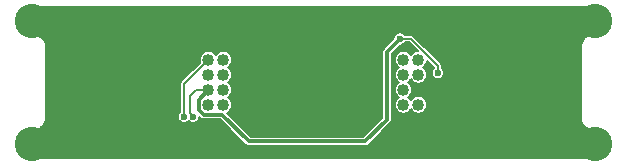
<source format=gbr>
G04 #@! TF.GenerationSoftware,KiCad,Pcbnew,(5.1.4)-1*
G04 #@! TF.CreationDate,2020-09-02T10:31:21-07:00*
G04 #@! TF.ProjectId,SkateLightBackLEDBoard,536b6174-654c-4696-9768-744261636b4c,rev?*
G04 #@! TF.SameCoordinates,Original*
G04 #@! TF.FileFunction,Copper,L2,Bot*
G04 #@! TF.FilePolarity,Positive*
%FSLAX46Y46*%
G04 Gerber Fmt 4.6, Leading zero omitted, Abs format (unit mm)*
G04 Created by KiCad (PCBNEW (5.1.4)-1) date 2020-09-02 10:31:21*
%MOMM*%
%LPD*%
G04 APERTURE LIST*
%ADD10C,1.016000*%
%ADD11C,2.921000*%
%ADD12C,0.100000*%
%ADD13C,8.636000*%
%ADD14C,0.600000*%
%ADD15C,0.200000*%
%ADD16C,0.350000*%
%ADD17C,0.152400*%
G04 APERTURE END LIST*
D10*
X7620000Y-1905000D03*
X8890000Y-1905000D03*
X7620000Y-635000D03*
X8890000Y-635000D03*
X7620000Y635000D03*
X8890000Y635000D03*
X7620000Y1905000D03*
X8890000Y1905000D03*
D11*
X8255000Y-4953000D03*
X-8255000Y4953000D03*
D10*
X-8890000Y-1905000D03*
X-7620000Y-1905000D03*
X-8890000Y-635000D03*
X-7620000Y-635000D03*
X-8890000Y635000D03*
X-7620000Y635000D03*
X-8890000Y1905000D03*
X-7620000Y1905000D03*
D11*
X23812500Y5207000D03*
X23812500Y-5207000D03*
X-23812500Y5207000D03*
X-23812500Y-5207000D03*
D12*
G36*
X-12589952Y4313842D02*
G01*
X-12506120Y4301406D01*
X-12423910Y4280814D01*
X-12344115Y4252262D01*
X-12267502Y4216027D01*
X-12194810Y4172457D01*
X-12126738Y4121972D01*
X-12063943Y4065057D01*
X-12007028Y4002262D01*
X-11956543Y3934190D01*
X-11912973Y3861498D01*
X-11876738Y3784885D01*
X-11848186Y3705090D01*
X-11827594Y3622880D01*
X-11815158Y3539048D01*
X-11811000Y3454400D01*
X-11811000Y-3454400D01*
X-11815158Y-3539048D01*
X-11827594Y-3622880D01*
X-11848186Y-3705090D01*
X-11876738Y-3784885D01*
X-11912973Y-3861498D01*
X-11956543Y-3934190D01*
X-12007028Y-4002262D01*
X-12063943Y-4065057D01*
X-12126738Y-4121972D01*
X-12194810Y-4172457D01*
X-12267502Y-4216027D01*
X-12344115Y-4252262D01*
X-12423910Y-4280814D01*
X-12506120Y-4301406D01*
X-12589952Y-4313842D01*
X-12674600Y-4318000D01*
X-20345400Y-4318000D01*
X-20430048Y-4313842D01*
X-20513880Y-4301406D01*
X-20596090Y-4280814D01*
X-20675885Y-4252262D01*
X-20752498Y-4216027D01*
X-20825190Y-4172457D01*
X-20893262Y-4121972D01*
X-20956057Y-4065057D01*
X-21012972Y-4002262D01*
X-21063457Y-3934190D01*
X-21107027Y-3861498D01*
X-21143262Y-3784885D01*
X-21171814Y-3705090D01*
X-21192406Y-3622880D01*
X-21204842Y-3539048D01*
X-21209000Y-3454400D01*
X-21209000Y3454400D01*
X-21204842Y3539048D01*
X-21192406Y3622880D01*
X-21171814Y3705090D01*
X-21143262Y3784885D01*
X-21107027Y3861498D01*
X-21063457Y3934190D01*
X-21012972Y4002262D01*
X-20956057Y4065057D01*
X-20893262Y4121972D01*
X-20825190Y4172457D01*
X-20752498Y4216027D01*
X-20675885Y4252262D01*
X-20596090Y4280814D01*
X-20513880Y4301406D01*
X-20430048Y4313842D01*
X-20345400Y4318000D01*
X-12674600Y4318000D01*
X-12589952Y4313842D01*
X-12589952Y4313842D01*
G37*
D13*
X-16510000Y0D03*
D12*
G36*
X3920048Y4313842D02*
G01*
X4003880Y4301406D01*
X4086090Y4280814D01*
X4165885Y4252262D01*
X4242498Y4216027D01*
X4315190Y4172457D01*
X4383262Y4121972D01*
X4446057Y4065057D01*
X4502972Y4002262D01*
X4553457Y3934190D01*
X4597027Y3861498D01*
X4633262Y3784885D01*
X4661814Y3705090D01*
X4682406Y3622880D01*
X4694842Y3539048D01*
X4699000Y3454400D01*
X4699000Y-3454400D01*
X4694842Y-3539048D01*
X4682406Y-3622880D01*
X4661814Y-3705090D01*
X4633262Y-3784885D01*
X4597027Y-3861498D01*
X4553457Y-3934190D01*
X4502972Y-4002262D01*
X4446057Y-4065057D01*
X4383262Y-4121972D01*
X4315190Y-4172457D01*
X4242498Y-4216027D01*
X4165885Y-4252262D01*
X4086090Y-4280814D01*
X4003880Y-4301406D01*
X3920048Y-4313842D01*
X3835400Y-4318000D01*
X-3835400Y-4318000D01*
X-3920048Y-4313842D01*
X-4003880Y-4301406D01*
X-4086090Y-4280814D01*
X-4165885Y-4252262D01*
X-4242498Y-4216027D01*
X-4315190Y-4172457D01*
X-4383262Y-4121972D01*
X-4446057Y-4065057D01*
X-4502972Y-4002262D01*
X-4553457Y-3934190D01*
X-4597027Y-3861498D01*
X-4633262Y-3784885D01*
X-4661814Y-3705090D01*
X-4682406Y-3622880D01*
X-4694842Y-3539048D01*
X-4699000Y-3454400D01*
X-4699000Y3454400D01*
X-4694842Y3539048D01*
X-4682406Y3622880D01*
X-4661814Y3705090D01*
X-4633262Y3784885D01*
X-4597027Y3861498D01*
X-4553457Y3934190D01*
X-4502972Y4002262D01*
X-4446057Y4065057D01*
X-4383262Y4121972D01*
X-4315190Y4172457D01*
X-4242498Y4216027D01*
X-4165885Y4252262D01*
X-4086090Y4280814D01*
X-4003880Y4301406D01*
X-3920048Y4313842D01*
X-3835400Y4318000D01*
X3835400Y4318000D01*
X3920048Y4313842D01*
X3920048Y4313842D01*
G37*
D13*
X0Y0D03*
D12*
G36*
X20430048Y4313842D02*
G01*
X20513880Y4301406D01*
X20596090Y4280814D01*
X20675885Y4252262D01*
X20752498Y4216027D01*
X20825190Y4172457D01*
X20893262Y4121972D01*
X20956057Y4065057D01*
X21012972Y4002262D01*
X21063457Y3934190D01*
X21107027Y3861498D01*
X21143262Y3784885D01*
X21171814Y3705090D01*
X21192406Y3622880D01*
X21204842Y3539048D01*
X21209000Y3454400D01*
X21209000Y-3454400D01*
X21204842Y-3539048D01*
X21192406Y-3622880D01*
X21171814Y-3705090D01*
X21143262Y-3784885D01*
X21107027Y-3861498D01*
X21063457Y-3934190D01*
X21012972Y-4002262D01*
X20956057Y-4065057D01*
X20893262Y-4121972D01*
X20825190Y-4172457D01*
X20752498Y-4216027D01*
X20675885Y-4252262D01*
X20596090Y-4280814D01*
X20513880Y-4301406D01*
X20430048Y-4313842D01*
X20345400Y-4318000D01*
X12674600Y-4318000D01*
X12589952Y-4313842D01*
X12506120Y-4301406D01*
X12423910Y-4280814D01*
X12344115Y-4252262D01*
X12267502Y-4216027D01*
X12194810Y-4172457D01*
X12126738Y-4121972D01*
X12063943Y-4065057D01*
X12007028Y-4002262D01*
X11956543Y-3934190D01*
X11912973Y-3861498D01*
X11876738Y-3784885D01*
X11848186Y-3705090D01*
X11827594Y-3622880D01*
X11815158Y-3539048D01*
X11811000Y-3454400D01*
X11811000Y3454400D01*
X11815158Y3539048D01*
X11827594Y3622880D01*
X11848186Y3705090D01*
X11876738Y3784885D01*
X11912973Y3861498D01*
X11956543Y3934190D01*
X12007028Y4002262D01*
X12063943Y4065057D01*
X12126738Y4121972D01*
X12194810Y4172457D01*
X12267502Y4216027D01*
X12344115Y4252262D01*
X12423910Y4280814D01*
X12506120Y4301406D01*
X12589952Y4313842D01*
X12674600Y4318000D01*
X20345400Y4318000D01*
X20430048Y4313842D01*
X20430048Y4313842D01*
G37*
D13*
X16510000Y0D03*
D14*
X13200000Y700000D03*
X14800000Y700000D03*
X14800000Y-700000D03*
X13200000Y-700000D03*
X18300000Y-700000D03*
X19900000Y-700000D03*
X-8255000Y-5715000D03*
X8255000Y5715000D03*
X-19050000Y5715000D03*
X-19050000Y-5715000D03*
X-13970000Y-5715000D03*
X-2540000Y-5715000D03*
X2540000Y-5715000D03*
X-2540000Y5715000D03*
X2540000Y5715000D03*
X13970000Y5715000D03*
X19050000Y5715000D03*
X19050000Y-5715000D03*
X13970000Y-5715000D03*
X-13970000Y5715000D03*
X-19050000Y0D03*
X-13970000Y0D03*
X13970000Y0D03*
X19050000Y0D03*
X22225000Y0D03*
X-22225000Y0D03*
X16510000Y5715000D03*
X11430000Y5715000D03*
X5080000Y5715000D03*
X0Y5715000D03*
X-5080000Y5715000D03*
X-11430000Y5715000D03*
X-16510000Y5715000D03*
X-21590000Y5715000D03*
X-21590000Y-5715000D03*
X-16510000Y-5715000D03*
X-11430000Y-5715000D03*
X0Y-5715000D03*
X5080000Y-5715000D03*
X11430000Y-5715000D03*
X16510000Y-5715000D03*
X21590000Y-5715000D03*
X21590000Y5715000D03*
X-16510000Y0D03*
X-22225000Y1905000D03*
X-22225000Y-1905000D03*
X-1700000Y4300000D03*
X1800000Y4400000D03*
X5715000Y3175000D03*
X16510000Y0D03*
X18300000Y700000D03*
X18300000Y4400000D03*
X22225000Y1905000D03*
X22225000Y-1905000D03*
X-4445000Y0D03*
X5334000Y-1651000D03*
X9781540Y-2372360D03*
X-9743440Y2352040D03*
X-3300000Y4300000D03*
X3300000Y4400000D03*
X-5080000Y-5715000D03*
X19900000Y700000D03*
X19900000Y4400000D03*
X13200000Y-4300000D03*
X14800000Y-4300000D03*
X18300000Y-4300000D03*
X19900000Y-4300000D03*
X13200000Y4400000D03*
X14800000Y4400000D03*
X3400000Y-4300000D03*
X1800000Y-4300000D03*
X-1700000Y-4300000D03*
X-3300000Y-4300000D03*
X-14800000Y700000D03*
X-14700000Y4400000D03*
X-18200000Y4300000D03*
X-19900000Y700000D03*
X-19800000Y4300000D03*
X-13200000Y4400000D03*
X-18200000Y-700000D03*
X-13100000Y-700000D03*
X-18300000Y700000D03*
X-14700000Y-700000D03*
X-19800000Y-700000D03*
X-19800000Y-4300000D03*
X-18200000Y-4300000D03*
X-13100000Y-4300000D03*
X-13200000Y700000D03*
X-14700000Y-4300000D03*
X-10970000Y-2900000D03*
X-10180000Y-2900000D03*
X10541000Y787500D03*
X7305000Y3699000D03*
D15*
X9781540Y-1526540D02*
X8890000Y-635000D01*
X9781540Y-2372360D02*
X9781540Y-1526540D01*
X-8255000Y3840480D02*
X-8255000Y4953000D01*
X-9743440Y2352040D02*
X-8255000Y3840480D01*
X-10970000Y-175000D02*
X-9397999Y1397001D01*
X-9397999Y1397001D02*
X-8890000Y1905000D01*
X-10970000Y-2900000D02*
X-10970000Y-175000D01*
X-9975000Y-635000D02*
X-8890000Y-635000D01*
X-10479999Y-2600001D02*
X-10479999Y-1139999D01*
X-10180000Y-2900000D02*
X-10479999Y-2600001D01*
X-10479999Y-1139999D02*
X-9975000Y-635000D01*
X10541000Y1379394D02*
X10541000Y787500D01*
X7305000Y3699000D02*
X8221394Y3699000D01*
X8221394Y3699000D02*
X10541000Y1379394D01*
D16*
X-9725401Y-1470401D02*
X-8890000Y-635000D01*
X-9725401Y-2305993D02*
X-9725401Y-1470401D01*
X-9290993Y-2740401D02*
X-9725401Y-2305993D01*
X-7713153Y-2740401D02*
X-9290993Y-2740401D01*
X7305000Y3699000D02*
X7305000Y3649000D01*
X7305000Y3649000D02*
X6223000Y2567000D01*
X6223000Y-3175000D02*
X4398000Y-5000000D01*
X4398000Y-5000000D02*
X-5453554Y-5000000D01*
X6223000Y2567000D02*
X6223000Y-3175000D01*
X-5453554Y-5000000D02*
X-7713153Y-2740401D01*
D17*
G36*
X24046977Y6389146D02*
G01*
X24272131Y6321087D01*
X24479769Y6210594D01*
X24661994Y6061874D01*
X24811861Y5880592D01*
X24923662Y5673655D01*
X24993142Y5448940D01*
X25017650Y5215015D01*
X24996254Y4980779D01*
X24929769Y4755161D01*
X24820727Y4546751D01*
X24673283Y4363494D01*
X24493052Y4212365D01*
X24286898Y4099120D01*
X24062680Y4028077D01*
X23822046Y4001168D01*
X23712678Y4004450D01*
X23712535Y4004440D01*
X23651689Y4006439D01*
X23635983Y4005418D01*
X23620244Y4005523D01*
X23616715Y4005176D01*
X23468818Y3989581D01*
X23446230Y3984936D01*
X23423658Y3980623D01*
X23420268Y3979598D01*
X23420262Y3979597D01*
X23420256Y3979595D01*
X23278212Y3935573D01*
X23256947Y3926626D01*
X23235651Y3918014D01*
X23232529Y3916352D01*
X23232519Y3916348D01*
X23232511Y3916343D01*
X23101726Y3845572D01*
X23082657Y3832700D01*
X23063383Y3820079D01*
X23060636Y3817837D01*
X22946080Y3723003D01*
X22929824Y3706622D01*
X22913422Y3690550D01*
X22911168Y3687823D01*
X22911161Y3687816D01*
X22911156Y3687808D01*
X22817208Y3572539D01*
X22804438Y3553306D01*
X22791474Y3534359D01*
X22789794Y3531250D01*
X22789788Y3531241D01*
X22789784Y3531232D01*
X22720014Y3399908D01*
X22711225Y3378563D01*
X22702187Y3357457D01*
X22701139Y3354069D01*
X22658203Y3211685D01*
X22653723Y3189024D01*
X22648961Y3166582D01*
X22648592Y3163064D01*
X22648590Y3163054D01*
X22648590Y3163045D01*
X22636607Y3040410D01*
X22636600Y3040388D01*
X22632924Y3003064D01*
X22632925Y12469D01*
X22632924Y-3003064D01*
X22633436Y-3008265D01*
X22635559Y-3061562D01*
X22637717Y-3077155D01*
X22638755Y-3092856D01*
X22639357Y-3096351D01*
X22665644Y-3242726D01*
X22671922Y-3264941D01*
X22677857Y-3287118D01*
X22679126Y-3290429D01*
X22733343Y-3428910D01*
X22743804Y-3449458D01*
X22753945Y-3470085D01*
X22755830Y-3473082D01*
X22755833Y-3473087D01*
X22755836Y-3473091D01*
X22835915Y-3598399D01*
X22850183Y-3616543D01*
X22864123Y-3634788D01*
X22866553Y-3637361D01*
X22866558Y-3637367D01*
X22866563Y-3637372D01*
X22969455Y-3744738D01*
X22986929Y-3759726D01*
X23004193Y-3774956D01*
X23007083Y-3777011D01*
X23128876Y-3862352D01*
X23148955Y-3873675D01*
X23168822Y-3885247D01*
X23172056Y-3886702D01*
X23308105Y-3946761D01*
X23330039Y-3953981D01*
X23351737Y-3961460D01*
X23355182Y-3962257D01*
X23355192Y-3962260D01*
X23355202Y-3962261D01*
X23500315Y-3994749D01*
X23523186Y-3997565D01*
X23545972Y-4000694D01*
X23549516Y-4000807D01*
X23549517Y-4000807D01*
X23698188Y-4004490D01*
X23698411Y-4004474D01*
X23698937Y-4004490D01*
X23958976Y-4010759D01*
X24188536Y-4061991D01*
X24403777Y-4156838D01*
X24596491Y-4291682D01*
X24759348Y-4461395D01*
X24886136Y-4659503D01*
X24972031Y-4878466D01*
X25013761Y-5109946D01*
X25009734Y-5345124D01*
X24960106Y-5575033D01*
X24866765Y-5790929D01*
X24733268Y-5984583D01*
X24564699Y-6148619D01*
X24367480Y-6276788D01*
X24149119Y-6364210D01*
X23911139Y-6408829D01*
X23804981Y-6413500D01*
X-23799449Y-6413500D01*
X-24046977Y-6389146D01*
X-24272129Y-6321087D01*
X-24479766Y-6210596D01*
X-24661992Y-6061876D01*
X-24811860Y-5880595D01*
X-24923662Y-5673655D01*
X-24993142Y-5448937D01*
X-25017650Y-5215014D01*
X-24996254Y-4980779D01*
X-24929769Y-4755161D01*
X-24820728Y-4546754D01*
X-24673284Y-4363496D01*
X-24493057Y-4212368D01*
X-24286899Y-4099121D01*
X-24062680Y-4028077D01*
X-23822052Y-4001167D01*
X-23712678Y-4004450D01*
X-23712535Y-4004440D01*
X-23651689Y-4006439D01*
X-23635983Y-4005418D01*
X-23620244Y-4005523D01*
X-23616714Y-4005176D01*
X-23468818Y-3989581D01*
X-23446193Y-3984929D01*
X-23423658Y-3980622D01*
X-23420265Y-3979598D01*
X-23420259Y-3979596D01*
X-23278212Y-3935573D01*
X-23256934Y-3926620D01*
X-23235652Y-3918014D01*
X-23232529Y-3916352D01*
X-23232519Y-3916348D01*
X-23232511Y-3916343D01*
X-23101727Y-3845572D01*
X-23082619Y-3832675D01*
X-23063384Y-3820079D01*
X-23060636Y-3817837D01*
X-22946081Y-3723003D01*
X-22929839Y-3706637D01*
X-22913423Y-3690550D01*
X-22911163Y-3687817D01*
X-22817208Y-3572540D01*
X-22804442Y-3553312D01*
X-22791474Y-3534359D01*
X-22789788Y-3531240D01*
X-22720014Y-3399908D01*
X-22711215Y-3378539D01*
X-22702187Y-3357457D01*
X-22701139Y-3354069D01*
X-22658203Y-3211685D01*
X-22653723Y-3189024D01*
X-22648961Y-3166582D01*
X-22648592Y-3163064D01*
X-22648590Y-3163054D01*
X-22648590Y-3163045D01*
X-22636607Y-3040411D01*
X-22636600Y-3040389D01*
X-22632924Y-3003065D01*
X-22632924Y-2847937D01*
X-11498600Y-2847937D01*
X-11498600Y-2952063D01*
X-11478287Y-3054187D01*
X-11438440Y-3150386D01*
X-11380591Y-3236963D01*
X-11306963Y-3310591D01*
X-11220386Y-3368440D01*
X-11124187Y-3408287D01*
X-11022063Y-3428600D01*
X-10917937Y-3428600D01*
X-10815813Y-3408287D01*
X-10719614Y-3368440D01*
X-10633037Y-3310591D01*
X-10575000Y-3252554D01*
X-10516963Y-3310591D01*
X-10430386Y-3368440D01*
X-10334187Y-3408287D01*
X-10232063Y-3428600D01*
X-10127937Y-3428600D01*
X-10025813Y-3408287D01*
X-9929614Y-3368440D01*
X-9843037Y-3310591D01*
X-9769409Y-3236963D01*
X-9711560Y-3150386D01*
X-9671713Y-3054187D01*
X-9651400Y-2952063D01*
X-9651400Y-2950770D01*
X-9590402Y-3011768D01*
X-9577762Y-3027170D01*
X-9516306Y-3077605D01*
X-9454453Y-3110666D01*
X-9446191Y-3115082D01*
X-9370112Y-3138160D01*
X-9290993Y-3145953D01*
X-9271175Y-3144001D01*
X-7880328Y-3144001D01*
X-5752958Y-5271373D01*
X-5740323Y-5286769D01*
X-5678867Y-5337204D01*
X-5617468Y-5370022D01*
X-5608752Y-5374681D01*
X-5532673Y-5397759D01*
X-5453554Y-5405552D01*
X-5433736Y-5403600D01*
X4378182Y-5403600D01*
X4398000Y-5405552D01*
X4417818Y-5403600D01*
X4477119Y-5397759D01*
X4553198Y-5374681D01*
X4623313Y-5337204D01*
X4684769Y-5286769D01*
X4697413Y-5271362D01*
X6494367Y-3474409D01*
X6509769Y-3461769D01*
X6560204Y-3400313D01*
X6597681Y-3330198D01*
X6620759Y-3254119D01*
X6626600Y-3194818D01*
X6628552Y-3175000D01*
X6626600Y-3155182D01*
X6626600Y2399825D01*
X7407136Y3180360D01*
X7459187Y3190713D01*
X7555386Y3230560D01*
X7641963Y3288409D01*
X7715591Y3362037D01*
X7721179Y3370400D01*
X8085284Y3370400D01*
X8814642Y2641041D01*
X8675142Y2613293D01*
X8541089Y2557766D01*
X8420445Y2477155D01*
X8317845Y2374555D01*
X8255000Y2280500D01*
X8192155Y2374555D01*
X8089555Y2477155D01*
X7968911Y2557766D01*
X7834858Y2613293D01*
X7692549Y2641600D01*
X7547451Y2641600D01*
X7405142Y2613293D01*
X7271089Y2557766D01*
X7150445Y2477155D01*
X7047845Y2374555D01*
X6967234Y2253911D01*
X6911707Y2119858D01*
X6883400Y1977549D01*
X6883400Y1832451D01*
X6911707Y1690142D01*
X6967234Y1556089D01*
X7047845Y1435445D01*
X7150445Y1332845D01*
X7244500Y1270000D01*
X7150445Y1207155D01*
X7047845Y1104555D01*
X6967234Y983911D01*
X6911707Y849858D01*
X6883400Y707549D01*
X6883400Y562451D01*
X6911707Y420142D01*
X6967234Y286089D01*
X7047845Y165445D01*
X7150445Y62845D01*
X7244500Y0D01*
X7150445Y-62845D01*
X7047845Y-165445D01*
X6967234Y-286089D01*
X6911707Y-420142D01*
X6883400Y-562451D01*
X6883400Y-707549D01*
X6911707Y-849858D01*
X6967234Y-983911D01*
X7047845Y-1104555D01*
X7150445Y-1207155D01*
X7244500Y-1270000D01*
X7150445Y-1332845D01*
X7047845Y-1435445D01*
X6967234Y-1556089D01*
X6911707Y-1690142D01*
X6883400Y-1832451D01*
X6883400Y-1977549D01*
X6911707Y-2119858D01*
X6967234Y-2253911D01*
X7047845Y-2374555D01*
X7150445Y-2477155D01*
X7271089Y-2557766D01*
X7405142Y-2613293D01*
X7547451Y-2641600D01*
X7692549Y-2641600D01*
X7834858Y-2613293D01*
X7968911Y-2557766D01*
X8089555Y-2477155D01*
X8192155Y-2374555D01*
X8255000Y-2280500D01*
X8317845Y-2374555D01*
X8420445Y-2477155D01*
X8541089Y-2557766D01*
X8675142Y-2613293D01*
X8817451Y-2641600D01*
X8962549Y-2641600D01*
X9104858Y-2613293D01*
X9238911Y-2557766D01*
X9359555Y-2477155D01*
X9462155Y-2374555D01*
X9542766Y-2253911D01*
X9598293Y-2119858D01*
X9626600Y-1977549D01*
X9626600Y-1832451D01*
X9598293Y-1690142D01*
X9542766Y-1556089D01*
X9462155Y-1435445D01*
X9359555Y-1332845D01*
X9238911Y-1252234D01*
X9104858Y-1196707D01*
X8962549Y-1168400D01*
X8817451Y-1168400D01*
X8675142Y-1196707D01*
X8541089Y-1252234D01*
X8420445Y-1332845D01*
X8317845Y-1435445D01*
X8255000Y-1529500D01*
X8192155Y-1435445D01*
X8089555Y-1332845D01*
X7995500Y-1270000D01*
X8089555Y-1207155D01*
X8192155Y-1104555D01*
X8272766Y-983911D01*
X8328293Y-849858D01*
X8356600Y-707549D01*
X8356600Y-562451D01*
X8328293Y-420142D01*
X8272766Y-286089D01*
X8192155Y-165445D01*
X8089555Y-62845D01*
X7995500Y0D01*
X8089555Y62845D01*
X8192155Y165445D01*
X8255000Y259500D01*
X8317845Y165445D01*
X8420445Y62845D01*
X8541089Y-17766D01*
X8675142Y-73293D01*
X8817451Y-101600D01*
X8962549Y-101600D01*
X9104858Y-73293D01*
X9238911Y-17766D01*
X9359555Y62845D01*
X9462155Y165445D01*
X9542766Y286089D01*
X9598293Y420142D01*
X9626600Y562451D01*
X9626600Y707549D01*
X9598293Y849858D01*
X9542766Y983911D01*
X9462155Y1104555D01*
X9359555Y1207155D01*
X9265500Y1270000D01*
X9359555Y1332845D01*
X9462155Y1435445D01*
X9542766Y1556089D01*
X9598293Y1690142D01*
X9626041Y1829642D01*
X10212400Y1243283D01*
X10212400Y1203679D01*
X10204037Y1198091D01*
X10130409Y1124463D01*
X10072560Y1037886D01*
X10032713Y941687D01*
X10012400Y839563D01*
X10012400Y735437D01*
X10032713Y633313D01*
X10072560Y537114D01*
X10130409Y450537D01*
X10204037Y376909D01*
X10290614Y319060D01*
X10386813Y279213D01*
X10488937Y258900D01*
X10593063Y258900D01*
X10695187Y279213D01*
X10791386Y319060D01*
X10877963Y376909D01*
X10951591Y450537D01*
X11009440Y537114D01*
X11049287Y633313D01*
X11069600Y735437D01*
X11069600Y839563D01*
X11049287Y941687D01*
X11009440Y1037886D01*
X10951591Y1124463D01*
X10877963Y1198091D01*
X10869600Y1203679D01*
X10869600Y1363270D01*
X10871188Y1379395D01*
X10869600Y1395519D01*
X10869600Y1395529D01*
X10864845Y1443811D01*
X10846055Y1505752D01*
X10815543Y1562836D01*
X10815542Y1562838D01*
X10784764Y1600341D01*
X10784762Y1600343D01*
X10774479Y1612873D01*
X10761950Y1623155D01*
X8465160Y3919944D01*
X8454873Y3932479D01*
X8404837Y3973542D01*
X8347752Y4004055D01*
X8285811Y4022845D01*
X8237529Y4027600D01*
X8237526Y4027600D01*
X8221394Y4029189D01*
X8205262Y4027600D01*
X7721179Y4027600D01*
X7715591Y4035963D01*
X7641963Y4109591D01*
X7555386Y4167440D01*
X7459187Y4207287D01*
X7357063Y4227600D01*
X7252937Y4227600D01*
X7150813Y4207287D01*
X7054614Y4167440D01*
X6968037Y4109591D01*
X6894409Y4035963D01*
X6836560Y3949386D01*
X6796713Y3853187D01*
X6776400Y3751063D01*
X6776400Y3691176D01*
X5951638Y2866413D01*
X5936231Y2853769D01*
X5885796Y2792312D01*
X5855953Y2736479D01*
X5848319Y2722197D01*
X5825241Y2646118D01*
X5817448Y2567000D01*
X5819400Y2547182D01*
X5819401Y-3007823D01*
X4230825Y-4596400D01*
X-5286377Y-4596400D01*
X-7309219Y-2573560D01*
X-7271089Y-2557766D01*
X-7150445Y-2477155D01*
X-7047845Y-2374555D01*
X-6967234Y-2253911D01*
X-6911707Y-2119858D01*
X-6883400Y-1977549D01*
X-6883400Y-1832451D01*
X-6911707Y-1690142D01*
X-6967234Y-1556089D01*
X-7047845Y-1435445D01*
X-7150445Y-1332845D01*
X-7244500Y-1270000D01*
X-7150445Y-1207155D01*
X-7047845Y-1104555D01*
X-6967234Y-983911D01*
X-6911707Y-849858D01*
X-6883400Y-707549D01*
X-6883400Y-562451D01*
X-6911707Y-420142D01*
X-6967234Y-286089D01*
X-7047845Y-165445D01*
X-7150445Y-62845D01*
X-7244500Y0D01*
X-7150445Y62845D01*
X-7047845Y165445D01*
X-6967234Y286089D01*
X-6911707Y420142D01*
X-6883400Y562451D01*
X-6883400Y707549D01*
X-6911707Y849858D01*
X-6967234Y983911D01*
X-7047845Y1104555D01*
X-7150445Y1207155D01*
X-7244500Y1270000D01*
X-7150445Y1332845D01*
X-7047845Y1435445D01*
X-6967234Y1556089D01*
X-6911707Y1690142D01*
X-6883400Y1832451D01*
X-6883400Y1977549D01*
X-6911707Y2119858D01*
X-6967234Y2253911D01*
X-7047845Y2374555D01*
X-7150445Y2477155D01*
X-7271089Y2557766D01*
X-7405142Y2613293D01*
X-7547451Y2641600D01*
X-7692549Y2641600D01*
X-7834858Y2613293D01*
X-7968911Y2557766D01*
X-8089555Y2477155D01*
X-8192155Y2374555D01*
X-8255000Y2280500D01*
X-8317845Y2374555D01*
X-8420445Y2477155D01*
X-8541089Y2557766D01*
X-8675142Y2613293D01*
X-8817451Y2641600D01*
X-8962549Y2641600D01*
X-9104858Y2613293D01*
X-9238911Y2557766D01*
X-9359555Y2477155D01*
X-9462155Y2374555D01*
X-9542766Y2253911D01*
X-9598293Y2119858D01*
X-9626600Y1977549D01*
X-9626600Y1832451D01*
X-9598293Y1690142D01*
X-9589880Y1669830D01*
X-9618941Y1640769D01*
X-9618946Y1640765D01*
X-11190948Y68762D01*
X-11203478Y58479D01*
X-11213761Y45949D01*
X-11213764Y45946D01*
X-11244542Y8443D01*
X-11275055Y-48643D01*
X-11293844Y-110584D01*
X-11300189Y-175000D01*
X-11298599Y-191142D01*
X-11298600Y-2483821D01*
X-11306963Y-2489409D01*
X-11380591Y-2563037D01*
X-11438440Y-2649614D01*
X-11478287Y-2745813D01*
X-11498600Y-2847937D01*
X-22632924Y-2847937D01*
X-22632924Y3003065D01*
X-22633436Y3008266D01*
X-22635559Y3061562D01*
X-22637717Y3077155D01*
X-22638755Y3092856D01*
X-22639357Y3096350D01*
X-22665644Y3242726D01*
X-22671922Y3264941D01*
X-22677857Y3287118D01*
X-22679126Y3290429D01*
X-22733343Y3428910D01*
X-22743804Y3449458D01*
X-22753945Y3470085D01*
X-22755830Y3473082D01*
X-22755833Y3473087D01*
X-22755836Y3473091D01*
X-22835915Y3598399D01*
X-22850210Y3616578D01*
X-22864123Y3634789D01*
X-22866553Y3637361D01*
X-22866558Y3637367D01*
X-22866563Y3637372D01*
X-22969455Y3744738D01*
X-22986951Y3759744D01*
X-23004193Y3774955D01*
X-23007083Y3777011D01*
X-23128876Y3862352D01*
X-23148955Y3873675D01*
X-23168822Y3885247D01*
X-23172047Y3886697D01*
X-23172056Y3886702D01*
X-23172065Y3886705D01*
X-23308105Y3946761D01*
X-23330049Y3953984D01*
X-23351737Y3961460D01*
X-23355182Y3962257D01*
X-23355192Y3962260D01*
X-23355202Y3962261D01*
X-23500316Y3994749D01*
X-23523210Y3997568D01*
X-23545972Y4000694D01*
X-23549506Y4000807D01*
X-23549517Y4000808D01*
X-23549527Y4000807D01*
X-23698188Y4004490D01*
X-23698411Y4004474D01*
X-23698936Y4004490D01*
X-23958976Y4010759D01*
X-24188535Y4061991D01*
X-24403777Y4156838D01*
X-24596491Y4291682D01*
X-24759348Y4461395D01*
X-24886136Y4659503D01*
X-24972031Y4878466D01*
X-25013761Y5109947D01*
X-25009734Y5345124D01*
X-24960106Y5575033D01*
X-24866764Y5790931D01*
X-24733264Y5984587D01*
X-24564697Y6148620D01*
X-24367478Y6276789D01*
X-24149119Y6364210D01*
X-23911139Y6408829D01*
X-23804982Y6413500D01*
X23799449Y6413500D01*
X24046977Y6389146D01*
X24046977Y6389146D01*
G37*
X24046977Y6389146D02*
X24272131Y6321087D01*
X24479769Y6210594D01*
X24661994Y6061874D01*
X24811861Y5880592D01*
X24923662Y5673655D01*
X24993142Y5448940D01*
X25017650Y5215015D01*
X24996254Y4980779D01*
X24929769Y4755161D01*
X24820727Y4546751D01*
X24673283Y4363494D01*
X24493052Y4212365D01*
X24286898Y4099120D01*
X24062680Y4028077D01*
X23822046Y4001168D01*
X23712678Y4004450D01*
X23712535Y4004440D01*
X23651689Y4006439D01*
X23635983Y4005418D01*
X23620244Y4005523D01*
X23616715Y4005176D01*
X23468818Y3989581D01*
X23446230Y3984936D01*
X23423658Y3980623D01*
X23420268Y3979598D01*
X23420262Y3979597D01*
X23420256Y3979595D01*
X23278212Y3935573D01*
X23256947Y3926626D01*
X23235651Y3918014D01*
X23232529Y3916352D01*
X23232519Y3916348D01*
X23232511Y3916343D01*
X23101726Y3845572D01*
X23082657Y3832700D01*
X23063383Y3820079D01*
X23060636Y3817837D01*
X22946080Y3723003D01*
X22929824Y3706622D01*
X22913422Y3690550D01*
X22911168Y3687823D01*
X22911161Y3687816D01*
X22911156Y3687808D01*
X22817208Y3572539D01*
X22804438Y3553306D01*
X22791474Y3534359D01*
X22789794Y3531250D01*
X22789788Y3531241D01*
X22789784Y3531232D01*
X22720014Y3399908D01*
X22711225Y3378563D01*
X22702187Y3357457D01*
X22701139Y3354069D01*
X22658203Y3211685D01*
X22653723Y3189024D01*
X22648961Y3166582D01*
X22648592Y3163064D01*
X22648590Y3163054D01*
X22648590Y3163045D01*
X22636607Y3040410D01*
X22636600Y3040388D01*
X22632924Y3003064D01*
X22632925Y12469D01*
X22632924Y-3003064D01*
X22633436Y-3008265D01*
X22635559Y-3061562D01*
X22637717Y-3077155D01*
X22638755Y-3092856D01*
X22639357Y-3096351D01*
X22665644Y-3242726D01*
X22671922Y-3264941D01*
X22677857Y-3287118D01*
X22679126Y-3290429D01*
X22733343Y-3428910D01*
X22743804Y-3449458D01*
X22753945Y-3470085D01*
X22755830Y-3473082D01*
X22755833Y-3473087D01*
X22755836Y-3473091D01*
X22835915Y-3598399D01*
X22850183Y-3616543D01*
X22864123Y-3634788D01*
X22866553Y-3637361D01*
X22866558Y-3637367D01*
X22866563Y-3637372D01*
X22969455Y-3744738D01*
X22986929Y-3759726D01*
X23004193Y-3774956D01*
X23007083Y-3777011D01*
X23128876Y-3862352D01*
X23148955Y-3873675D01*
X23168822Y-3885247D01*
X23172056Y-3886702D01*
X23308105Y-3946761D01*
X23330039Y-3953981D01*
X23351737Y-3961460D01*
X23355182Y-3962257D01*
X23355192Y-3962260D01*
X23355202Y-3962261D01*
X23500315Y-3994749D01*
X23523186Y-3997565D01*
X23545972Y-4000694D01*
X23549516Y-4000807D01*
X23549517Y-4000807D01*
X23698188Y-4004490D01*
X23698411Y-4004474D01*
X23698937Y-4004490D01*
X23958976Y-4010759D01*
X24188536Y-4061991D01*
X24403777Y-4156838D01*
X24596491Y-4291682D01*
X24759348Y-4461395D01*
X24886136Y-4659503D01*
X24972031Y-4878466D01*
X25013761Y-5109946D01*
X25009734Y-5345124D01*
X24960106Y-5575033D01*
X24866765Y-5790929D01*
X24733268Y-5984583D01*
X24564699Y-6148619D01*
X24367480Y-6276788D01*
X24149119Y-6364210D01*
X23911139Y-6408829D01*
X23804981Y-6413500D01*
X-23799449Y-6413500D01*
X-24046977Y-6389146D01*
X-24272129Y-6321087D01*
X-24479766Y-6210596D01*
X-24661992Y-6061876D01*
X-24811860Y-5880595D01*
X-24923662Y-5673655D01*
X-24993142Y-5448937D01*
X-25017650Y-5215014D01*
X-24996254Y-4980779D01*
X-24929769Y-4755161D01*
X-24820728Y-4546754D01*
X-24673284Y-4363496D01*
X-24493057Y-4212368D01*
X-24286899Y-4099121D01*
X-24062680Y-4028077D01*
X-23822052Y-4001167D01*
X-23712678Y-4004450D01*
X-23712535Y-4004440D01*
X-23651689Y-4006439D01*
X-23635983Y-4005418D01*
X-23620244Y-4005523D01*
X-23616714Y-4005176D01*
X-23468818Y-3989581D01*
X-23446193Y-3984929D01*
X-23423658Y-3980622D01*
X-23420265Y-3979598D01*
X-23420259Y-3979596D01*
X-23278212Y-3935573D01*
X-23256934Y-3926620D01*
X-23235652Y-3918014D01*
X-23232529Y-3916352D01*
X-23232519Y-3916348D01*
X-23232511Y-3916343D01*
X-23101727Y-3845572D01*
X-23082619Y-3832675D01*
X-23063384Y-3820079D01*
X-23060636Y-3817837D01*
X-22946081Y-3723003D01*
X-22929839Y-3706637D01*
X-22913423Y-3690550D01*
X-22911163Y-3687817D01*
X-22817208Y-3572540D01*
X-22804442Y-3553312D01*
X-22791474Y-3534359D01*
X-22789788Y-3531240D01*
X-22720014Y-3399908D01*
X-22711215Y-3378539D01*
X-22702187Y-3357457D01*
X-22701139Y-3354069D01*
X-22658203Y-3211685D01*
X-22653723Y-3189024D01*
X-22648961Y-3166582D01*
X-22648592Y-3163064D01*
X-22648590Y-3163054D01*
X-22648590Y-3163045D01*
X-22636607Y-3040411D01*
X-22636600Y-3040389D01*
X-22632924Y-3003065D01*
X-22632924Y-2847937D01*
X-11498600Y-2847937D01*
X-11498600Y-2952063D01*
X-11478287Y-3054187D01*
X-11438440Y-3150386D01*
X-11380591Y-3236963D01*
X-11306963Y-3310591D01*
X-11220386Y-3368440D01*
X-11124187Y-3408287D01*
X-11022063Y-3428600D01*
X-10917937Y-3428600D01*
X-10815813Y-3408287D01*
X-10719614Y-3368440D01*
X-10633037Y-3310591D01*
X-10575000Y-3252554D01*
X-10516963Y-3310591D01*
X-10430386Y-3368440D01*
X-10334187Y-3408287D01*
X-10232063Y-3428600D01*
X-10127937Y-3428600D01*
X-10025813Y-3408287D01*
X-9929614Y-3368440D01*
X-9843037Y-3310591D01*
X-9769409Y-3236963D01*
X-9711560Y-3150386D01*
X-9671713Y-3054187D01*
X-9651400Y-2952063D01*
X-9651400Y-2950770D01*
X-9590402Y-3011768D01*
X-9577762Y-3027170D01*
X-9516306Y-3077605D01*
X-9454453Y-3110666D01*
X-9446191Y-3115082D01*
X-9370112Y-3138160D01*
X-9290993Y-3145953D01*
X-9271175Y-3144001D01*
X-7880328Y-3144001D01*
X-5752958Y-5271373D01*
X-5740323Y-5286769D01*
X-5678867Y-5337204D01*
X-5617468Y-5370022D01*
X-5608752Y-5374681D01*
X-5532673Y-5397759D01*
X-5453554Y-5405552D01*
X-5433736Y-5403600D01*
X4378182Y-5403600D01*
X4398000Y-5405552D01*
X4417818Y-5403600D01*
X4477119Y-5397759D01*
X4553198Y-5374681D01*
X4623313Y-5337204D01*
X4684769Y-5286769D01*
X4697413Y-5271362D01*
X6494367Y-3474409D01*
X6509769Y-3461769D01*
X6560204Y-3400313D01*
X6597681Y-3330198D01*
X6620759Y-3254119D01*
X6626600Y-3194818D01*
X6628552Y-3175000D01*
X6626600Y-3155182D01*
X6626600Y2399825D01*
X7407136Y3180360D01*
X7459187Y3190713D01*
X7555386Y3230560D01*
X7641963Y3288409D01*
X7715591Y3362037D01*
X7721179Y3370400D01*
X8085284Y3370400D01*
X8814642Y2641041D01*
X8675142Y2613293D01*
X8541089Y2557766D01*
X8420445Y2477155D01*
X8317845Y2374555D01*
X8255000Y2280500D01*
X8192155Y2374555D01*
X8089555Y2477155D01*
X7968911Y2557766D01*
X7834858Y2613293D01*
X7692549Y2641600D01*
X7547451Y2641600D01*
X7405142Y2613293D01*
X7271089Y2557766D01*
X7150445Y2477155D01*
X7047845Y2374555D01*
X6967234Y2253911D01*
X6911707Y2119858D01*
X6883400Y1977549D01*
X6883400Y1832451D01*
X6911707Y1690142D01*
X6967234Y1556089D01*
X7047845Y1435445D01*
X7150445Y1332845D01*
X7244500Y1270000D01*
X7150445Y1207155D01*
X7047845Y1104555D01*
X6967234Y983911D01*
X6911707Y849858D01*
X6883400Y707549D01*
X6883400Y562451D01*
X6911707Y420142D01*
X6967234Y286089D01*
X7047845Y165445D01*
X7150445Y62845D01*
X7244500Y0D01*
X7150445Y-62845D01*
X7047845Y-165445D01*
X6967234Y-286089D01*
X6911707Y-420142D01*
X6883400Y-562451D01*
X6883400Y-707549D01*
X6911707Y-849858D01*
X6967234Y-983911D01*
X7047845Y-1104555D01*
X7150445Y-1207155D01*
X7244500Y-1270000D01*
X7150445Y-1332845D01*
X7047845Y-1435445D01*
X6967234Y-1556089D01*
X6911707Y-1690142D01*
X6883400Y-1832451D01*
X6883400Y-1977549D01*
X6911707Y-2119858D01*
X6967234Y-2253911D01*
X7047845Y-2374555D01*
X7150445Y-2477155D01*
X7271089Y-2557766D01*
X7405142Y-2613293D01*
X7547451Y-2641600D01*
X7692549Y-2641600D01*
X7834858Y-2613293D01*
X7968911Y-2557766D01*
X8089555Y-2477155D01*
X8192155Y-2374555D01*
X8255000Y-2280500D01*
X8317845Y-2374555D01*
X8420445Y-2477155D01*
X8541089Y-2557766D01*
X8675142Y-2613293D01*
X8817451Y-2641600D01*
X8962549Y-2641600D01*
X9104858Y-2613293D01*
X9238911Y-2557766D01*
X9359555Y-2477155D01*
X9462155Y-2374555D01*
X9542766Y-2253911D01*
X9598293Y-2119858D01*
X9626600Y-1977549D01*
X9626600Y-1832451D01*
X9598293Y-1690142D01*
X9542766Y-1556089D01*
X9462155Y-1435445D01*
X9359555Y-1332845D01*
X9238911Y-1252234D01*
X9104858Y-1196707D01*
X8962549Y-1168400D01*
X8817451Y-1168400D01*
X8675142Y-1196707D01*
X8541089Y-1252234D01*
X8420445Y-1332845D01*
X8317845Y-1435445D01*
X8255000Y-1529500D01*
X8192155Y-1435445D01*
X8089555Y-1332845D01*
X7995500Y-1270000D01*
X8089555Y-1207155D01*
X8192155Y-1104555D01*
X8272766Y-983911D01*
X8328293Y-849858D01*
X8356600Y-707549D01*
X8356600Y-562451D01*
X8328293Y-420142D01*
X8272766Y-286089D01*
X8192155Y-165445D01*
X8089555Y-62845D01*
X7995500Y0D01*
X8089555Y62845D01*
X8192155Y165445D01*
X8255000Y259500D01*
X8317845Y165445D01*
X8420445Y62845D01*
X8541089Y-17766D01*
X8675142Y-73293D01*
X8817451Y-101600D01*
X8962549Y-101600D01*
X9104858Y-73293D01*
X9238911Y-17766D01*
X9359555Y62845D01*
X9462155Y165445D01*
X9542766Y286089D01*
X9598293Y420142D01*
X9626600Y562451D01*
X9626600Y707549D01*
X9598293Y849858D01*
X9542766Y983911D01*
X9462155Y1104555D01*
X9359555Y1207155D01*
X9265500Y1270000D01*
X9359555Y1332845D01*
X9462155Y1435445D01*
X9542766Y1556089D01*
X9598293Y1690142D01*
X9626041Y1829642D01*
X10212400Y1243283D01*
X10212400Y1203679D01*
X10204037Y1198091D01*
X10130409Y1124463D01*
X10072560Y1037886D01*
X10032713Y941687D01*
X10012400Y839563D01*
X10012400Y735437D01*
X10032713Y633313D01*
X10072560Y537114D01*
X10130409Y450537D01*
X10204037Y376909D01*
X10290614Y319060D01*
X10386813Y279213D01*
X10488937Y258900D01*
X10593063Y258900D01*
X10695187Y279213D01*
X10791386Y319060D01*
X10877963Y376909D01*
X10951591Y450537D01*
X11009440Y537114D01*
X11049287Y633313D01*
X11069600Y735437D01*
X11069600Y839563D01*
X11049287Y941687D01*
X11009440Y1037886D01*
X10951591Y1124463D01*
X10877963Y1198091D01*
X10869600Y1203679D01*
X10869600Y1363270D01*
X10871188Y1379395D01*
X10869600Y1395519D01*
X10869600Y1395529D01*
X10864845Y1443811D01*
X10846055Y1505752D01*
X10815543Y1562836D01*
X10815542Y1562838D01*
X10784764Y1600341D01*
X10784762Y1600343D01*
X10774479Y1612873D01*
X10761950Y1623155D01*
X8465160Y3919944D01*
X8454873Y3932479D01*
X8404837Y3973542D01*
X8347752Y4004055D01*
X8285811Y4022845D01*
X8237529Y4027600D01*
X8237526Y4027600D01*
X8221394Y4029189D01*
X8205262Y4027600D01*
X7721179Y4027600D01*
X7715591Y4035963D01*
X7641963Y4109591D01*
X7555386Y4167440D01*
X7459187Y4207287D01*
X7357063Y4227600D01*
X7252937Y4227600D01*
X7150813Y4207287D01*
X7054614Y4167440D01*
X6968037Y4109591D01*
X6894409Y4035963D01*
X6836560Y3949386D01*
X6796713Y3853187D01*
X6776400Y3751063D01*
X6776400Y3691176D01*
X5951638Y2866413D01*
X5936231Y2853769D01*
X5885796Y2792312D01*
X5855953Y2736479D01*
X5848319Y2722197D01*
X5825241Y2646118D01*
X5817448Y2567000D01*
X5819400Y2547182D01*
X5819401Y-3007823D01*
X4230825Y-4596400D01*
X-5286377Y-4596400D01*
X-7309219Y-2573560D01*
X-7271089Y-2557766D01*
X-7150445Y-2477155D01*
X-7047845Y-2374555D01*
X-6967234Y-2253911D01*
X-6911707Y-2119858D01*
X-6883400Y-1977549D01*
X-6883400Y-1832451D01*
X-6911707Y-1690142D01*
X-6967234Y-1556089D01*
X-7047845Y-1435445D01*
X-7150445Y-1332845D01*
X-7244500Y-1270000D01*
X-7150445Y-1207155D01*
X-7047845Y-1104555D01*
X-6967234Y-983911D01*
X-6911707Y-849858D01*
X-6883400Y-707549D01*
X-6883400Y-562451D01*
X-6911707Y-420142D01*
X-6967234Y-286089D01*
X-7047845Y-165445D01*
X-7150445Y-62845D01*
X-7244500Y0D01*
X-7150445Y62845D01*
X-7047845Y165445D01*
X-6967234Y286089D01*
X-6911707Y420142D01*
X-6883400Y562451D01*
X-6883400Y707549D01*
X-6911707Y849858D01*
X-6967234Y983911D01*
X-7047845Y1104555D01*
X-7150445Y1207155D01*
X-7244500Y1270000D01*
X-7150445Y1332845D01*
X-7047845Y1435445D01*
X-6967234Y1556089D01*
X-6911707Y1690142D01*
X-6883400Y1832451D01*
X-6883400Y1977549D01*
X-6911707Y2119858D01*
X-6967234Y2253911D01*
X-7047845Y2374555D01*
X-7150445Y2477155D01*
X-7271089Y2557766D01*
X-7405142Y2613293D01*
X-7547451Y2641600D01*
X-7692549Y2641600D01*
X-7834858Y2613293D01*
X-7968911Y2557766D01*
X-8089555Y2477155D01*
X-8192155Y2374555D01*
X-8255000Y2280500D01*
X-8317845Y2374555D01*
X-8420445Y2477155D01*
X-8541089Y2557766D01*
X-8675142Y2613293D01*
X-8817451Y2641600D01*
X-8962549Y2641600D01*
X-9104858Y2613293D01*
X-9238911Y2557766D01*
X-9359555Y2477155D01*
X-9462155Y2374555D01*
X-9542766Y2253911D01*
X-9598293Y2119858D01*
X-9626600Y1977549D01*
X-9626600Y1832451D01*
X-9598293Y1690142D01*
X-9589880Y1669830D01*
X-9618941Y1640769D01*
X-9618946Y1640765D01*
X-11190948Y68762D01*
X-11203478Y58479D01*
X-11213761Y45949D01*
X-11213764Y45946D01*
X-11244542Y8443D01*
X-11275055Y-48643D01*
X-11293844Y-110584D01*
X-11300189Y-175000D01*
X-11298599Y-191142D01*
X-11298600Y-2483821D01*
X-11306963Y-2489409D01*
X-11380591Y-2563037D01*
X-11438440Y-2649614D01*
X-11478287Y-2745813D01*
X-11498600Y-2847937D01*
X-22632924Y-2847937D01*
X-22632924Y3003065D01*
X-22633436Y3008266D01*
X-22635559Y3061562D01*
X-22637717Y3077155D01*
X-22638755Y3092856D01*
X-22639357Y3096350D01*
X-22665644Y3242726D01*
X-22671922Y3264941D01*
X-22677857Y3287118D01*
X-22679126Y3290429D01*
X-22733343Y3428910D01*
X-22743804Y3449458D01*
X-22753945Y3470085D01*
X-22755830Y3473082D01*
X-22755833Y3473087D01*
X-22755836Y3473091D01*
X-22835915Y3598399D01*
X-22850210Y3616578D01*
X-22864123Y3634789D01*
X-22866553Y3637361D01*
X-22866558Y3637367D01*
X-22866563Y3637372D01*
X-22969455Y3744738D01*
X-22986951Y3759744D01*
X-23004193Y3774955D01*
X-23007083Y3777011D01*
X-23128876Y3862352D01*
X-23148955Y3873675D01*
X-23168822Y3885247D01*
X-23172047Y3886697D01*
X-23172056Y3886702D01*
X-23172065Y3886705D01*
X-23308105Y3946761D01*
X-23330049Y3953984D01*
X-23351737Y3961460D01*
X-23355182Y3962257D01*
X-23355192Y3962260D01*
X-23355202Y3962261D01*
X-23500316Y3994749D01*
X-23523210Y3997568D01*
X-23545972Y4000694D01*
X-23549506Y4000807D01*
X-23549517Y4000808D01*
X-23549527Y4000807D01*
X-23698188Y4004490D01*
X-23698411Y4004474D01*
X-23698936Y4004490D01*
X-23958976Y4010759D01*
X-24188535Y4061991D01*
X-24403777Y4156838D01*
X-24596491Y4291682D01*
X-24759348Y4461395D01*
X-24886136Y4659503D01*
X-24972031Y4878466D01*
X-25013761Y5109947D01*
X-25009734Y5345124D01*
X-24960106Y5575033D01*
X-24866764Y5790931D01*
X-24733264Y5984587D01*
X-24564697Y6148620D01*
X-24367478Y6276789D01*
X-24149119Y6364210D01*
X-23911139Y6408829D01*
X-23804982Y6413500D01*
X23799449Y6413500D01*
X24046977Y6389146D01*
M02*

</source>
